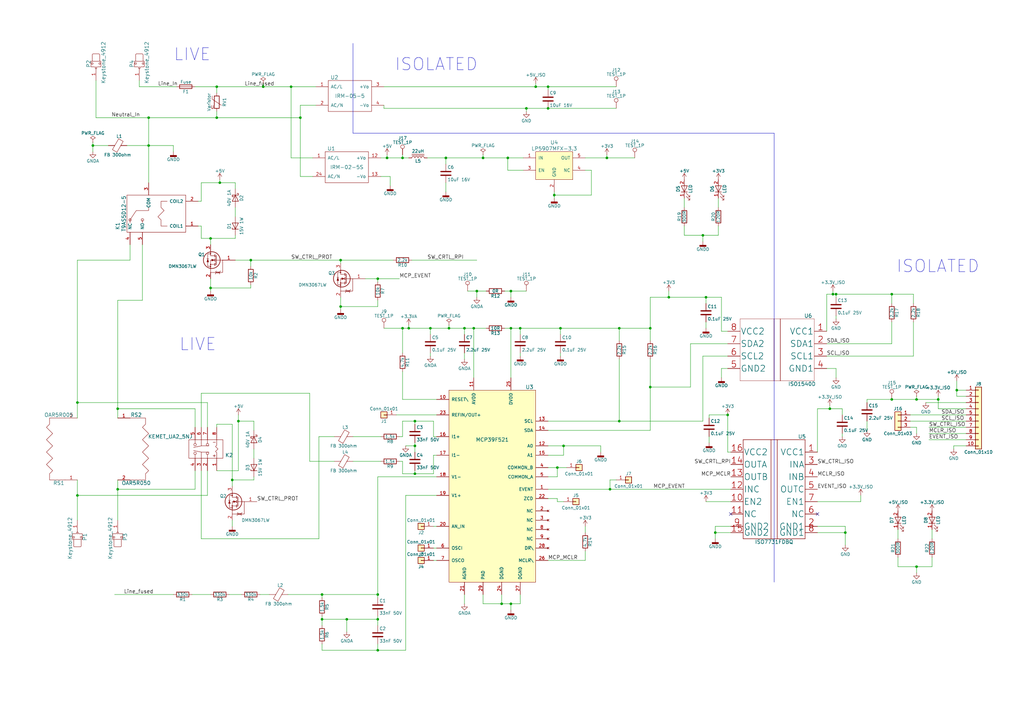
<source format=kicad_sch>
(kicad_sch (version 20230121) (generator eeschema)
  (paper "A3")
  (title_block (title "Power Monitor") (rev "1") (company "Nightmechnic"))
  (junction (at 88.9 48.26))
  (junction (at 194.31 134.62))
  (junction (at 254 134.62))
  (junction (at 132.08 254))
  (junction (at 266.7 134.62))
  (junction (at 195.58 119.38))
  (junction (at 190.5 134.62))
  (junction (at 266.7 158.75))
  (junction (at 38.1 59.69))
  (junction (at 86.36 118.11))
  (junction (at 231.14 182.88))
  (junction (at 205.74 247.65))
  (junction (at 139.7 106.68))
  (junction (at 154.94 243.84))
  (junction (at 213.36 134.62))
  (junction (at 375.92 232.41))
  (junction (at 198.12 64.77))
  (junction (at 123.19 48.26))
  (junction (at 119.38 35.56))
  (junction (at 227.33 80.01))
  (junction (at 340.36 167.64))
  (junction (at 142.24 254))
  (junction (at 158.75 64.77))
  (junction (at 170.18 182.88))
  (junction (at 60.96 59.69))
  (junction (at 365.76 163.83))
  (junction (at 165.1 134.62))
  (junction (at 60.96 48.26))
  (junction (at 219.71 35.56))
  (junction (at 154.94 254))
  (junction (at 170.18 172.72))
  (junction (at 95.25 196.85))
  (junction (at 107.95 35.56))
  (junction (at 132.08 243.84))
  (junction (at 346.71 218.44))
  (junction (at 342.9 120.65))
  (junction (at 97.79 172.72))
  (junction (at 31.75 203.2))
  (junction (at 224.79 44.45))
  (junction (at 209.55 119.38))
  (junction (at 48.26 167.64))
  (junction (at 208.28 64.77))
  (junction (at 288.29 96.52))
  (junction (at 154.94 266.7))
  (junction (at 250.19 200.66))
  (junction (at 167.64 134.62))
  (junction (at 224.79 35.56))
  (junction (at 90.17 74.93))
  (junction (at 384.81 163.83))
  (junction (at 184.15 134.62))
  (junction (at 209.55 247.65))
  (junction (at 365.76 120.65))
  (junction (at 209.55 134.62))
  (junction (at 48.26 200.66))
  (junction (at 289.56 121.92))
  (junction (at 254 172.72))
  (junction (at 165.1 64.77))
  (junction (at 228.6 191.77))
  (junction (at 293.37 218.44))
  (junction (at 102.87 106.68))
  (junction (at 341.63 120.65))
  (junction (at 392.43 160.02))
  (junction (at 170.18 194.31))
  (junction (at 298.45 170.18))
  (junction (at 182.88 64.77))
  (junction (at 31.75 165.1))
  (junction (at 274.32 121.92))
  (junction (at 88.9 35.56))
  (junction (at 139.7 125.73))
  (junction (at 215.9 44.45))
  (junction (at 86.36 97.79))
  (junction (at 248.92 64.77))
  (junction (at 154.94 114.3))
  (junction (at 375.92 163.83))
  (junction (at 176.53 134.62))
  (junction (at 229.87 134.62))
  (no_connect (at 335.28 210.82))
  (no_connect (at 299.72 210.82))
  (wire (pts (xy 163.83 179.07) (xy 165.1 179.07)))
  (wire (pts (xy 228.6 195.58) (xy 228.6 191.77)))
  (wire (pts (xy 396.24 165.1) (xy 379.73 165.1)))
  (wire (pts (xy 215.9 45.72) (xy 215.9 44.45)))
  (wire (pts (xy 31.75 203.2) (xy 31.75 213.36)))
  (wire (pts (xy 231.14 182.88) (xy 246.38 182.88)))
  (wire (pts (xy 31.75 196.85) (xy 31.75 203.2)))
  (wire (pts (xy 58.42 123.19) (xy 48.26 123.19)))
  (wire (pts (xy 162.56 170.18) (xy 179.07 170.18)))
  (wire (pts (xy 224.79 200.66) (xy 250.19 200.66)))
  (wire (pts (xy 123.19 48.26) (xy 123.19 72.39)))
  (wire (pts (xy 118.11 243.84) (xy 132.08 243.84)))
  (wire (pts (xy 48.26 167.64) (xy 48.26 171.45)))
  (wire (pts (xy 139.7 106.68) (xy 161.29 106.68)))
  (wire (pts (xy 102.87 106.68) (xy 102.87 109.22)))
  (wire (pts (xy 104.14 172.72) (xy 104.14 176.53)))
  (wire (pts (xy 209.55 119.38) (xy 209.55 121.92)))
  (wire (pts (xy 295.91 121.92) (xy 289.56 121.92)))
  (wire (pts (xy 95.25 213.36) (xy 95.25 215.9)))
  (wire (pts (xy 355.6 172.72) (xy 355.6 176.53)))
  (polyline (pts (xy 144.78 54.61) (xy 317.5 54.61)))
  (wire (pts (xy 373.38 170.18) (xy 396.24 170.18)))
  (wire (pts (xy 182.88 67.31) (xy 182.88 64.77)))
  (wire (pts (xy 248.92 64.77) (xy 248.92 63.5)))
  (wire (pts (xy 194.31 154.94) (xy 194.31 134.62)))
  (wire (pts (xy 355.6 163.83) (xy 355.6 165.1)))
  (wire (pts (xy 127 161.29) (xy 127 189.23)))
  (wire (pts (xy 227.33 78.74) (xy 227.33 80.01)))
  (wire (pts (xy 130.81 220.98) (xy 82.55 220.98)))
  (wire (pts (xy 39.37 48.26) (xy 60.96 48.26)))
  (wire (pts (xy 104.14 184.15) (xy 104.14 187.96)))
  (wire (pts (xy 381 175.26) (xy 396.24 175.26)))
  (wire (pts (xy 339.09 120.65) (xy 341.63 120.65)))
  (wire (pts (xy 375.92 163.83) (xy 375.92 162.56)))
  (wire (pts (xy 170.18 172.72) (xy 177.8 172.72)))
  (wire (pts (xy 95.25 196.85) (xy 104.14 196.85)))
  (wire (pts (xy 177.8 194.31) (xy 170.18 194.31)))
  (wire (pts (xy 298.45 185.42) (xy 299.72 185.42)))
  (wire (pts (xy 80.01 193.04) (xy 80.01 200.66)))
  (wire (pts (xy 48.26 196.85) (xy 48.26 200.66)))
  (wire (pts (xy 335.28 215.9) (xy 346.71 215.9)))
  (wire (pts (xy 190.5 137.16) (xy 190.5 134.62)))
  (wire (pts (xy 82.55 82.55) (xy 82.55 74.93)))
  (wire (pts (xy 82.55 175.26) (xy 82.55 161.29)))
  (wire (pts (xy 86.36 114.3) (xy 86.36 118.11)))
  (wire (pts (xy 229.87 144.78) (xy 229.87 146.05)))
  (wire (pts (xy 190.5 134.62) (xy 194.31 134.62)))
  (wire (pts (xy 139.7 125.73) (xy 154.94 125.73)))
  (wire (pts (xy 154.94 254) (xy 154.94 256.54)))
  (wire (pts (xy 342.9 120.65) (xy 365.76 120.65)))
  (wire (pts (xy 81.28 82.55) (xy 82.55 82.55)))
  (wire (pts (xy 194.31 134.62) (xy 199.39 134.62)))
  (wire (pts (xy 160.02 72.39) (xy 160.02 76.2)))
  (wire (pts (xy 340.36 166.37) (xy 340.36 167.64)))
  (wire (pts (xy 157.48 44.45) (xy 157.48 43.18)))
  (wire (pts (xy 365.76 163.83) (xy 375.92 163.83)))
  (wire (pts (xy 86.36 100.33) (xy 86.36 97.79)))
  (wire (pts (xy 298.45 151.13) (xy 295.91 151.13)))
  (polyline (pts (xy 317.5 54.61) (xy 317.5 238.76)))
  (wire (pts (xy 165.1 179.07) (xy 165.1 172.72)))
  (wire (pts (xy 86.36 97.79) (xy 96.52 97.79)))
  (wire (pts (xy 93.98 243.84) (xy 99.06 243.84)))
  (wire (pts (xy 82.55 97.79) (xy 86.36 97.79)))
  (wire (pts (xy 345.44 179.07) (xy 345.44 177.8)))
  (wire (pts (xy 335.28 218.44) (xy 346.71 218.44)))
  (wire (pts (xy 139.7 125.73) (xy 139.7 127)))
  (wire (pts (xy 294.64 96.52) (xy 294.64 92.71)))
  (wire (pts (xy 246.38 182.88) (xy 246.38 185.42)))
  (wire (pts (xy 158.75 64.77) (xy 165.1 64.77)))
  (wire (pts (xy 48.26 123.19) (xy 48.26 167.64)))
  (wire (pts (xy 341.63 120.65) (xy 342.9 120.65)))
  (wire (pts (xy 208.28 69.85) (xy 208.28 64.77)))
  (wire (pts (xy 58.42 100.33) (xy 58.42 123.19)))
  (wire (pts (xy 240.03 64.77) (xy 248.92 64.77)))
  (wire (pts (xy 176.53 144.78) (xy 176.53 146.05)))
  (wire (pts (xy 374.65 146.05) (xy 339.09 146.05)))
  (wire (pts (xy 39.37 48.26) (xy 39.37 33.02)))
  (wire (pts (xy 341.63 119.38) (xy 341.63 120.65)))
  (wire (pts (xy 97.79 193.04) (xy 88.9 193.04)))
  (wire (pts (xy 392.43 156.21) (xy 392.43 160.02)))
  (wire (pts (xy 104.14 196.85) (xy 104.14 195.58)))
  (wire (pts (xy 127 189.23) (xy 137.16 189.23)))
  (wire (pts (xy 213.36 137.16) (xy 213.36 134.62)))
  (wire (pts (xy 248.92 64.77) (xy 260.35 64.77)))
  (wire (pts (xy 154.94 266.7) (xy 154.94 264.16)))
  (wire (pts (xy 158.75 64.77) (xy 158.75 63.5)))
  (wire (pts (xy 209.55 247.65) (xy 209.55 250.19)))
  (wire (pts (xy 219.71 35.56) (xy 224.79 35.56)))
  (wire (pts (xy 165.1 189.23) (xy 163.83 189.23)))
  (wire (pts (xy 365.76 120.65) (xy 374.65 120.65)))
  (wire (pts (xy 144.78 179.07) (xy 156.21 179.07)))
  (wire (pts (xy 157.48 35.56) (xy 219.71 35.56)))
  (wire (pts (xy 290.83 179.07) (xy 290.83 181.61)))
  (wire (pts (xy 266.7 147.32) (xy 266.7 158.75)))
  (wire (pts (xy 224.79 182.88) (xy 231.14 182.88)))
  (wire (pts (xy 182.88 74.93) (xy 182.88 78.74)))
  (polyline (pts (xy 144.78 17.78) (xy 144.78 54.61)))
  (wire (pts (xy 209.55 154.94) (xy 209.55 134.62)))
  (wire (pts (xy 342.9 120.65) (xy 342.9 121.92)))
  (wire (pts (xy 130.81 179.07) (xy 130.81 220.98)))
  (wire (pts (xy 195.58 119.38) (xy 195.58 121.92)))
  (wire (pts (xy 384.81 167.64) (xy 396.24 167.64)))
  (wire (pts (xy 368.3 232.41) (xy 375.92 232.41)))
  (wire (pts (xy 82.55 92.71) (xy 81.28 92.71)))
  (wire (pts (xy 167.64 133.35) (xy 167.64 134.62)))
  (wire (pts (xy 156.21 64.77) (xy 158.75 64.77)))
  (wire (pts (xy 339.09 151.13) (xy 342.9 151.13)))
  (wire (pts (xy 339.09 140.97) (xy 365.76 140.97)))
  (wire (pts (xy 137.16 179.07) (xy 130.81 179.07)))
  (wire (pts (xy 298.45 185.42) (xy 298.45 170.18)))
  (wire (pts (xy 132.08 243.84) (xy 132.08 245.11)))
  (wire (pts (xy 384.81 162.56) (xy 384.81 163.83)))
  (wire (pts (xy 165.1 152.4) (xy 165.1 163.83)))
  (wire (pts (xy 157.48 44.45) (xy 215.9 44.45)))
  (wire (pts (xy 142.24 254) (xy 154.94 254)))
  (wire (pts (xy 154.94 266.7) (xy 166.37 266.7)))
  (wire (pts (xy 132.08 252.73) (xy 132.08 254)))
  (wire (pts (xy 224.79 191.77) (xy 228.6 191.77)))
  (wire (pts (xy 242.57 80.01) (xy 227.33 80.01)))
  (wire (pts (xy 214.63 69.85) (xy 208.28 69.85)))
  (wire (pts (xy 224.79 172.72) (xy 254 172.72)))
  (wire (pts (xy 167.64 134.62) (xy 176.53 134.62)))
  (wire (pts (xy 374.65 132.08) (xy 374.65 146.05)))
  (wire (pts (xy 165.1 163.83) (xy 179.07 163.83)))
  (wire (pts (xy 289.56 132.08) (xy 289.56 134.62)))
  (wire (pts (xy 165.1 64.77) (xy 167.64 64.77)))
  (wire (pts (xy 132.08 254) (xy 132.08 256.54)))
  (wire (pts (xy 57.15 35.56) (xy 72.39 35.56)))
  (wire (pts (xy 60.96 59.69) (xy 60.96 74.93)))
  (wire (pts (xy 165.1 63.5) (xy 165.1 64.77)))
  (wire (pts (xy 227.33 80.01) (xy 227.33 81.28)))
  (wire (pts (xy 229.87 134.62) (xy 254 134.62)))
  (wire (pts (xy 288.29 99.06) (xy 288.29 96.52)))
  (wire (pts (xy 396.24 160.02) (xy 392.43 160.02)))
  (wire (pts (xy 165.1 172.72) (xy 170.18 172.72)))
  (wire (pts (xy 106.68 243.84) (xy 110.49 243.84)))
  (wire (pts (xy 97.79 172.72) (xy 104.14 172.72)))
  (wire (pts (xy 355.6 163.83) (xy 365.76 163.83)))
  (wire (pts (xy 240.03 218.44) (xy 240.03 215.9)))
  (wire (pts (xy 240.03 69.85) (xy 242.57 69.85)))
  (wire (pts (xy 139.7 106.68) (xy 139.7 107.95)))
  (wire (pts (xy 280.67 92.71) (xy 280.67 96.52)))
  (wire (pts (xy 242.57 69.85) (xy 242.57 80.01)))
  (wire (pts (xy 294.64 81.28) (xy 294.64 85.09)))
  (wire (pts (xy 132.08 266.7) (xy 154.94 266.7)))
  (wire (pts (xy 48.26 200.66) (xy 48.26 213.36)))
  (wire (pts (xy 71.12 243.84) (xy 46.99 243.84)))
  (wire (pts (xy 374.65 120.65) (xy 374.65 124.46)))
  (wire (pts (xy 392.43 162.56) (xy 396.24 162.56)))
  (wire (pts (xy 82.55 74.93) (xy 90.17 74.93)))
  (wire (pts (xy 38.1 59.69) (xy 38.1 62.23)))
  (wire (pts (xy 95.25 196.85) (xy 95.25 199.39)))
  (wire (pts (xy 283.21 140.97) (xy 283.21 158.75)))
  (wire (pts (xy 207.01 119.38) (xy 209.55 119.38)))
  (wire (pts (xy 48.26 167.64) (xy 80.01 167.64)))
  (wire (pts (xy 298.45 135.89) (xy 295.91 135.89)))
  (wire (pts (xy 60.96 48.26) (xy 88.9 48.26)))
  (wire (pts (xy 154.94 243.84) (xy 154.94 245.11)))
  (wire (pts (xy 228.6 204.47) (xy 224.79 204.47)))
  (wire (pts (xy 166.37 182.88) (xy 170.18 182.88)))
  (wire (pts (xy 266.7 134.62) (xy 266.7 139.7)))
  (wire (pts (xy 97.79 172.72) (xy 97.79 193.04)))
  (wire (pts (xy 290.83 170.18) (xy 290.83 171.45)))
  (wire (pts (xy 198.12 243.84) (xy 198.12 247.65)))
  (wire (pts (xy 165.1 194.31) (xy 165.1 189.23)))
  (wire (pts (xy 208.28 64.77) (xy 214.63 64.77)))
  (wire (pts (xy 132.08 243.84) (xy 154.94 243.84)))
  (wire (pts (xy 342.9 151.13) (xy 342.9 154.94)))
  (wire (pts (xy 128.27 64.77) (xy 119.38 64.77)))
  (wire (pts (xy 179.07 195.58) (xy 154.94 195.58)))
  (wire (pts (xy 373.38 175.26) (xy 375.92 175.26)))
  (wire (pts (xy 250.19 196.85) (xy 250.19 200.66)))
  (wire (pts (xy 82.55 97.79) (xy 82.55 92.71)))
  (wire (pts (xy 375.92 232.41) (xy 382.27 232.41)))
  (wire (pts (xy 254 134.62) (xy 266.7 134.62)))
  (wire (pts (xy 191.77 119.38) (xy 195.58 119.38)))
  (wire (pts (xy 86.36 118.11) (xy 86.36 119.38)))
  (wire (pts (xy 175.26 64.77) (xy 182.88 64.77)))
  (wire (pts (xy 335.28 205.74) (xy 353.06 205.74)))
  (wire (pts (xy 96.52 106.68) (xy 102.87 106.68)))
  (wire (pts (xy 182.88 64.77) (xy 198.12 64.77)))
  (wire (pts (xy 231.14 205.74) (xy 228.6 205.74)))
  (wire (pts (xy 88.9 35.56) (xy 107.95 35.56)))
  (wire (pts (xy 254 172.72) (xy 288.29 172.72)))
  (wire (pts (xy 184.15 134.62) (xy 190.5 134.62)))
  (wire (pts (xy 190.5 243.84) (xy 190.5 247.65)))
  (wire (pts (xy 80.01 167.64) (xy 80.01 175.26)))
  (wire (pts (xy 154.94 195.58) (xy 154.94 243.84)))
  (wire (pts (xy 179.07 186.69) (xy 177.8 186.69)))
  (wire (pts (xy 209.55 119.38) (xy 215.9 119.38)))
  (wire (pts (xy 168.91 106.68) (xy 195.58 106.68)))
  (wire (pts (xy 266.7 158.75) (xy 266.7 176.53)))
  (wire (pts (xy 71.12 59.69) (xy 71.12 62.23)))
  (wire (pts (xy 170.18 193.04) (xy 170.18 194.31)))
  (wire (pts (xy 123.19 72.39) (xy 128.27 72.39)))
  (wire (pts (xy 224.79 195.58) (xy 228.6 195.58)))
  (wire (pts (xy 207.01 134.62) (xy 209.55 134.62)))
  (wire (pts (xy 381 180.34) (xy 396.24 180.34)))
  (wire (pts (xy 90.17 74.93) (xy 96.52 74.93)))
  (wire (pts (xy 288.29 96.52) (xy 294.64 96.52)))
  (wire (pts (xy 293.37 215.9) (xy 293.37 218.44)))
  (wire (pts (xy 295.91 135.89) (xy 295.91 121.92)))
  (wire (pts (xy 154.94 252.73) (xy 154.94 254)))
  (wire (pts (xy 80.01 200.66) (xy 48.26 200.66)))
  (wire (pts (xy 53.34 106.68) (xy 31.75 106.68)))
  (wire (pts (xy 123.19 43.18) (xy 123.19 48.26)))
  (wire (pts (xy 149.86 114.3) (xy 154.94 114.3)))
  (wire (pts (xy 215.9 44.45) (xy 224.79 44.45)))
  (wire (pts (xy 88.9 175.26) (xy 88.9 173.99)))
  (wire (pts (xy 139.7 121.92) (xy 139.7 125.73)))
  (wire (pts (xy 96.52 85.09) (xy 96.52 88.9)))
  (wire (pts (xy 88.9 35.56) (xy 88.9 38.1)))
  (wire (pts (xy 209.55 247.65) (xy 213.36 247.65)))
  (wire (pts (xy 154.94 114.3) (xy 154.94 115.57)))
  (wire (pts (xy 280.67 96.52) (xy 288.29 96.52)))
  (wire (pts (xy 384.81 163.83) (xy 384.81 167.64)))
  (wire (pts (xy 250.19 200.66) (xy 299.72 200.66)))
  (wire (pts (xy 123.19 43.18) (xy 129.54 43.18)))
  (wire (pts (xy 266.7 176.53) (xy 224.79 176.53)))
  (wire (pts (xy 340.36 167.64) (xy 345.44 167.64)))
  (wire (pts (xy 299.72 215.9) (xy 293.37 215.9)))
  (wire (pts (xy 335.28 167.64) (xy 340.36 167.64)))
  (wire (pts (xy 342.9 129.54) (xy 342.9 130.81)))
  (wire (pts (xy 293.37 218.44) (xy 293.37 220.98)))
  (wire (pts (xy 85.09 203.2) (xy 31.75 203.2)))
  (wire (pts (xy 142.24 254) (xy 142.24 259.08)))
  (wire (pts (xy 177.8 172.72) (xy 177.8 179.07)))
  (wire (pts (xy 88.9 48.26) (xy 88.9 45.72)))
  (wire (pts (xy 170.18 181.61) (xy 170.18 182.88)))
  (wire (pts (xy 170.18 182.88) (xy 170.18 185.42)))
  (wire (pts (xy 102.87 118.11) (xy 86.36 118.11)))
  (wire (pts (xy 252.73 196.85) (xy 250.19 196.85)))
  (wire (pts (xy 90.17 73.66) (xy 90.17 74.93)))
  (wire (pts (xy 80.01 35.56) (xy 88.9 35.56)))
  (wire (pts (xy 88.9 48.26) (xy 123.19 48.26)))
  (wire (pts (xy 392.43 160.02) (xy 392.43 162.56)))
  (wire (pts (xy 213.36 247.65) (xy 213.36 243.84)))
  (wire (pts (xy 298.45 170.18) (xy 290.83 170.18)))
  (wire (pts (xy 165.1 134.62) (xy 167.64 134.62)))
  (wire (pts (xy 195.58 119.38) (xy 199.39 119.38)))
  (wire (pts (xy 240.03 229.87) (xy 240.03 226.06)))
  (wire (pts (xy 132.08 264.16) (xy 132.08 266.7)))
  (wire (pts (xy 60.96 59.69) (xy 71.12 59.69)))
  (wire (pts (xy 274.32 121.92) (xy 266.7 121.92)))
  (wire (pts (xy 78.74 243.84) (xy 86.36 243.84)))
  (wire (pts (xy 382.27 232.41) (xy 382.27 228.6)))
  (wire (pts (xy 209.55 134.62) (xy 213.36 134.62)))
  (wire (pts (xy 85.09 165.1) (xy 85.09 175.26)))
  (wire (pts (xy 31.75 165.1) (xy 31.75 171.45)))
  (wire (pts (xy 228.6 191.77) (xy 232.41 191.77)))
  (wire (pts (xy 365.76 124.46) (xy 365.76 120.65)))
  (wire (pts (xy 38.1 58.42) (xy 38.1 59.69)))
  (wire (pts (xy 231.14 186.69) (xy 231.14 182.88)))
  (wire (pts (xy 224.79 186.69) (xy 231.14 186.69)))
  (wire (pts (xy 31.75 165.1) (xy 85.09 165.1)))
  (wire (pts (xy 266.7 121.92) (xy 266.7 134.62)))
  (wire (pts (xy 184.15 133.35) (xy 184.15 134.62)))
  (wire (pts (xy 102.87 116.84) (xy 102.87 118.11)))
  (wire (pts (xy 224.79 44.45) (xy 252.73 44.45)))
  (wire (pts (xy 170.18 194.31) (xy 165.1 194.31)))
  (wire (pts (xy 119.38 35.56) (xy 129.54 35.56)))
  (wire (pts (xy 373.38 172.72) (xy 396.24 172.72)))
  (wire (pts (xy 381 177.8) (xy 396.24 177.8)))
  (wire (pts (xy 368.3 228.6) (xy 368.3 232.41)))
  (wire (pts (xy 177.8 186.69) (xy 177.8 194.31)))
  (wire (pts (xy 198.12 247.65) (xy 205.74 247.65)))
  (wire (pts (xy 107.95 35.56) (xy 119.38 35.56)))
  (wire (pts (xy 52.07 59.69) (xy 60.96 59.69)))
  (wire (pts (xy 82.55 161.29) (xy 127 161.29)))
  (wire (pts (xy 298.45 140.97) (xy 283.21 140.97)))
  (wire (pts (xy 179.07 215.9) (xy 177.8 215.9)))
  (wire (pts (xy 57.15 33.02) (xy 57.15 35.56)))
  (wire (pts (xy 339.09 135.89) (xy 339.09 120.65)))
  (wire (pts (xy 107.95 34.29) (xy 107.95 35.56)))
  (wire (pts (xy 283.21 158.75) (xy 266.7 158.75)))
  (wire (pts (xy 224.79 229.87) (xy 240.03 229.87)))
  (wire (pts (xy 176.53 134.62) (xy 176.53 137.16)))
  (wire (pts (xy 213.36 144.78) (xy 213.36 146.05)))
  (wire (pts (xy 165.1 144.78) (xy 165.1 134.62)))
  (wire (pts (xy 198.12 63.5) (xy 198.12 64.77)))
  (wire (pts (xy 254 172.72) (xy 254 147.32)))
  (wire (pts (xy 154.94 114.3) (xy 163.83 114.3)))
  (wire (pts (xy 288.29 146.05) (xy 288.29 172.72)))
  (wire (pts (xy 176.53 134.62) (xy 184.15 134.62)))
  (wire (pts (xy 205.74 247.65) (xy 209.55 247.65)))
  (wire (pts (xy 166.37 266.7) (xy 166.37 203.2)))
  (wire (pts (xy 229.87 137.16) (xy 229.87 134.62)))
  (wire (pts (xy 205.74 243.84) (xy 205.74 247.65)))
  (wire (pts (xy 170.18 173.99) (xy 170.18 172.72)))
  (wire (pts (xy 166.37 203.2) (xy 179.07 203.2)))
  (wire (pts (xy 179.07 229.87) (xy 177.8 229.87)))
  (wire (pts (xy 179.07 224.79) (xy 177.8 224.79)))
  (wire (pts (xy 368.3 217.17) (xy 368.3 220.98)))
  (wire (pts (xy 97.79 170.18) (xy 97.79 172.72)))
  (wire (pts (xy 213.36 134.62) (xy 229.87 134.62)))
  (wire (pts (xy 254 139.7) (xy 254 134.62)))
  (wire (pts (xy 198.12 64.77) (xy 208.28 64.77)))
  (wire (pts (xy 396.24 182.88) (xy 391.16 182.88)))
  (wire (pts (xy 375.92 175.26) (xy 375.92 177.8)))
  (wire (pts (xy 156.21 72.39) (xy 160.02 72.39)))
  (wire (pts (xy 346.71 218.44) (xy 346.71 223.52)))
  (wire (pts (xy 375.92 234.95) (xy 375.92 232.41)))
  (wire (pts (xy 346.71 215.9) (xy 346.71 218.44)))
  (wire (pts (xy 31.75 106.68) (xy 31.75 165.1)))
  (wire (pts (xy 60.96 48.26) (xy 60.96 59.69)))
  (wire (pts (xy 95.25 173.99) (xy 95.25 196.85)))
  (wire (pts (xy 298.45 146.05) (xy 288.29 146.05)))
  (wire (pts (xy 375.92 163.83) (xy 384.81 163.83)))
  (wire (pts (xy 119.38 64.77) (xy 119.38 35.56)))
  (wire (pts (xy 177.8 179.07) (xy 179.07 179.07)))
  (wire (pts (xy 102.87 106.68) (xy 139.7 106.68)))
  (wire (pts (xy 299.72 218.44) (xy 293.37 218.44)))
  (wire (pts (xy 299.72 205.74) (xy 289.56 205.74)))
  (wire (pts (xy 353.06 205.74) (xy 353.06 203.2)))
  (wire (pts (xy 82.55 220.98) (xy 82.55 193.04)))
  (wire (pts (xy 190.5 144.78) (xy 190.5 147.32)))
  (wire (pts (xy 274.32 119.38) (xy 274.32 121.92)))
  (wire (pts (xy 228.6 205.74) (xy 228.6 204.47)))
  (wire (pts (xy 224.79 35.56) (xy 252.73 35.56)))
  (wire (pts (xy 144.78 189.23) (xy 156.21 189.23)))
  (wire (pts (xy 289.56 121.92) (xy 274.32 121.92)))
  (wire (pts (xy 295.91 151.13) (xy 295.91 154.94)))
  (wire (pts (xy 96.52 74.93) (xy 96.52 77.47)))
  (wire (pts (xy 382.27 217.17) (xy 382.27 220.98)))
  (wire (pts (xy 345.44 167.64) (xy 345.44 170.18)))
  (wire (pts (xy 53.34 100.33) (xy 53.34 106.68)))
  (wire (pts (xy 219.71 34.29) (xy 219.71 35.56)))
  (wire (pts (xy 85.09 193.04) (xy 85.09 203.2)))
  (wire (pts (xy 280.67 81.28) (xy 280.67 85.09)))
  (wire (pts (xy 88.9 173.99) (xy 95.25 173.99)))
  (wire (pts (xy 132.08 254) (xy 142.24 254)))
  (wire (pts (xy 365.76 140.97) (xy 365.76 132.08)))
  (wire (pts (xy 154.94 125.73) (xy 154.94 123.19)))
  (wire (pts (xy 335.28 185.42) (xy 335.28 167.64)))
  (wire (pts (xy 44.45 59.69) (xy 38.1 59.69)))
  (wire (pts (xy 157.48 134.62) (xy 165.1 134.62)))
  (wire (pts (xy 289.56 124.46) (xy 289.56 121.92)))
  (wire (pts (xy 391.16 182.88) (xy 391.16 184.15)))
  (wire (pts (xy 224.79 35.56) (xy 224.79 36.83)))
  (wire (pts (xy 96.52 97.79) (xy 96.52 96.52)))
  (text "LIVE" (at 73.406 144.272 0) (effects (font (size 5.0038 5.0038)) (justify left bottom)))
  (text "ISOLATED\n" (at 367.538 112.268 0) (effects (font (size 5.0038 5.0038)) (justify left bottom)))
  (text "ISOLATED\n" (at 161.798 29.464 0) (effects (font (size 5.0038 5.0038)) (justify left bottom)))
  (text "LIVE\n" (at 71.12 25.4 0) (effects (font (size 5.0038 5.0038)) (justify left bottom)))
  (label "SW_CRTL_RPI" (at 175.26 106.68 0) (effects (font (size 1.524 1.524))))
  (label "MCLR_ISO" (at 381 177.8 0) (effects (font (size 1.524 1.524))))
  (label "MCP_EVENT" (at 163.83 114.3 0) (effects (font (size 1.524 1.524))))
  (label "SW_CTRL_PROT" (at 119.38 106.68 0) (effects (font (size 1.524 1.524))))
  (label "SW_CTRL_ISO" (at 381 175.26 0) (effects (font (size 1.524 1.524))))
  (label "Line_fused" (at 50.8 243.84 0) (effects (font (size 1.524 1.524))))
  (label "Neutral_In" (at 45.72 48.26 0) (effects (font (size 1.524 1.524))))
  (label "SCL_ISO" (at 386.08 172.72 0) (effects (font (size 1.524 1.524))))
  (label "Line_fused" (at 100.33 35.56 0) (effects (font (size 1.524 1.524))))
  (label "Line_In" (at 64.77 35.56 0) (effects (font (size 1.524 1.524))))
  (label "SW_CTRL_PROT" (at 105.41 205.74 0) (effects (font (size 1.524 1.524))))
  (label "SCL_ISO" (at 339.09 146.05 0) (effects (font (size 1.524 1.524))))
  (label "MCP_MCLR" (at 299.72 195.58 180) (effects (font (size 1.524 1.524))))
  (label "EVENT_ISO" (at 381 180.34 0) (effects (font (size 1.524 1.524))))
  (label "SDA_ISO" (at 339.09 140.97 0) (effects (font (size 1.524 1.524))))
  (label "MCP_EVENT" (at 267.97 200.66 0) (effects (font (size 1.524 1.524))))
  (label "MCP_MCLR" (at 224.79 229.87 0) (effects (font (size 1.524 1.524))))
  (label "EVENT_ISO" (at 335.28 200.66 0) (effects (font (size 1.524 1.524))))
  (label "SW_CTRL_ISO" (at 335.28 190.5 0) (effects (font (size 1.524 1.524))))
  (label "SW_CRTL_RPI" (at 299.72 190.5 180) (effects (font (size 1.524 1.524))))
  (label "SDA_ISO" (at 386.08 170.18 0) (effects (font (size 1.524 1.524))))
  (label "MCLR_ISO" (at 335.28 195.58 0) (effects (font (size 1.524 1.524))))
  (symbol (lib_id "PowerMonitor-rescue:MCP39F521") (at 201.93 204.47 0) (unit 1)
    (property "Reference" "U3" (at 217.17 158.75 0) (effects (font (size 1.524 1.524))))
    (property "Value" "MCP39F521" (at 201.93 180.34 0) (effects (font (size 1.524 1.524))))
    (property "Footprint" "nightmechanic_pcb:QFN-28-1EP_5x5mm_Pitch0.5mm_mod" (effects hide))
    (property "Datasheet" "http://ww1.microchip.com/downloads/en/DeviceDoc/20005442A.pdf" (effects hide))
  )
  (symbol (lib_id "PowerMonitor-rescue:Keystone_4912") (at 39.37 25.4 90) (unit 1)
    (property "Reference" "P2" (at 36.322 26.162 0) (effects (font (size 1.524 1.524))))
    (property "Value" "Keystone_4912" (at 42.418 25.654 0) (effects (font (size 1.524 1.524))))
    (property "Footprint" "nightmechanic_pcb:Keystone_4912" (effects hide))
  )
  (symbol (lib_id "PowerMonitor-rescue:Keystone_4912") (at 57.15 25.4 90) (unit 1)
    (property "Reference" "P4" (at 54.102 26.162 0) (effects (font (size 1.524 1.524))))
    (property "Value" "Keystone_4912" (at 60.198 25.654 0) (effects (font (size 1.524 1.524))))
    (property "Footprint" "nightmechanic_pcb:Keystone_4912" (effects hide))
  )
  (symbol (lib_id "PowerMonitor-rescue:Fuse") (at 76.2 35.56 270) (unit 1)
    (property "Reference" "F1" (at 76.2 37.592 90))
    (property "Value" "Fuse" (at 76.2 33.655 90))
    (property "Footprint" "nightmechanic_pcb:Bel_MRT_Fuse" (effects hide))
  )
  (symbol (lib_id "PowerMonitor-rescue:Varistor") (at 88.9 41.91 0) (unit 1)
    (property "Reference" "RV1" (at 92.075 41.91 90))
    (property "Value" "Varistor" (at 85.725 41.91 90))
    (property "Footprint" "nightmechanic_pcb:Bourns_MOV_14D431K" (effects hide))
  )
  (symbol (lib_id "PowerMonitor-rescue:IRM-02-5S") (at 142.24 68.58 0) (unit 1)
    (property "Reference" "U1" (at 135.89 60.96 0) (effects (font (size 1.524 1.524))))
    (property "Value" "IRM-02-5S" (at 142.24 68.58 0) (effects (font (size 1.524 1.524))))
    (property "Footprint" "nightmechanic_pcb:IRM-02-xS" (effects hide))
  )
  (symbol (lib_id "PowerMonitor-rescue:IRM-05-5") (at 143.51 39.37 0) (unit 1)
    (property "Reference" "U2" (at 137.16 31.75 0) (effects (font (size 1.524 1.524))))
    (property "Value" "IRM-05-5" (at 143.51 39.37 0) (effects (font (size 1.524 1.524))))
    (property "Footprint" "nightmechanic_pcb:IRM-05-x" (effects hide))
  )
  (symbol (lib_id "PowerMonitor-rescue:L_Core_Iron") (at 171.45 64.77 90) (unit 1)
    (property "Reference" "L5" (at 171.45 66.04 90))
    (property "Value" "22uH" (at 171.45 61.976 90))
    (property "Footprint" "nightmechanic_pcb:Murata_8200" (effects hide))
  )
  (symbol (lib_id "PowerMonitor-rescue:C") (at 182.88 71.12 0) (unit 1)
    (property "Reference" "C6" (at 183.515 68.58 0) (effects (justify left)))
    (property "Value" "10uF 16V" (at 183.515 73.66 0) (effects (justify left)))
    (property "Footprint" "Capacitors_SMD:C_1210" (effects hide))
  )
  (symbol (lib_id "PowerMonitor-rescue:LP5907MFX-3.3") (at 227.33 67.31 0) (unit 1)
    (property "Reference" "U4" (at 227.33 58.42 0) (effects (font (size 1.524 1.524))))
    (property "Value" "LP5907MFX-3.3" (at 227.33 60.96 0) (effects (font (size 1.524 1.524))))
    (property "Footprint" "nightmechanic_pcb:TI_DBV005" (effects hide))
  )
  (symbol (lib_id "PowerMonitor-rescue:C") (at 190.5 140.97 0) (unit 1)
    (property "Reference" "C7" (at 191.135 138.43 0) (effects (justify left)))
    (property "Value" "2.2uF 25V" (at 191.135 143.51 0) (effects (justify left)))
    (property "Footprint" "Capacitors_SMD:C_0805" (effects hide))
  )
  (symbol (lib_id "PowerMonitor-rescue:R") (at 203.2 134.62 270) (unit 1)
    (property "Reference" "R13" (at 203.2 136.652 90))
    (property "Value" "10R" (at 203.2 134.62 90))
    (property "Footprint" "Resistors_SMD:R_0805" (effects hide))
  )
  (symbol (lib_id "PowerMonitor-rescue:C") (at 176.53 140.97 0) (unit 1)
    (property "Reference" "C5" (at 177.165 138.43 0) (effects (justify left)))
    (property "Value" "0.1uF 25V" (at 177.165 143.51 0) (effects (justify left)))
    (property "Footprint" "Capacitors_SMD:C_0603" (effects hide))
  )
  (symbol (lib_id "PowerMonitor-rescue:C") (at 229.87 140.97 0) (unit 1)
    (property "Reference" "C10" (at 230.505 138.43 0) (effects (justify left)))
    (property "Value" "0.1uF 25V" (at 230.505 143.51 0) (effects (justify left)))
    (property "Footprint" "Capacitors_SMD:C_0603" (effects hide))
  )
  (symbol (lib_id "PowerMonitor-rescue:ISO1540D") (at 318.77 143.51 0) (mirror y) (unit 1)
    (property "Reference" "U6" (at 331.47 129.54 0) (effects (font (size 1.524 1.524))))
    (property "Value" "ISO1540D" (at 328.93 157.48 0) (effects (font (size 1.524 1.524))))
    (property "Footprint" "nightmechanic_pcb:TI_ISO1540D8" (effects hide))
  )
  (symbol (lib_id "PowerMonitor-rescue:ISO7731FDBQ") (at 317.5 200.66 0) (mirror y) (unit 1)
    (property "Reference" "U5" (at 328.93 179.07 0) (effects (font (size 1.524 1.524))))
    (property "Value" "ISO7731FDBQ" (at 317.5 222.25 0) (effects (font (size 1.524 1.524))))
    (property "Footprint" "nightmechanic_pcb:TI_DBQ0016A" (effects hide))
  )
  (symbol (lib_id "PowerMonitor-rescue:C") (at 289.56 128.27 0) (unit 1)
    (property "Reference" "C11" (at 290.195 125.73 0) (effects (justify left)))
    (property "Value" "0.1uF 25V" (at 290.195 130.81 0) (effects (justify left)))
    (property "Footprint" "Capacitors_SMD:C_0603" (effects hide))
  )
  (symbol (lib_id "PowerMonitor-rescue:C") (at 342.9 125.73 0) (unit 1)
    (property "Reference" "C13" (at 343.535 123.19 0) (effects (justify left)))
    (property "Value" "0.1uF 25V" (at 343.535 128.27 0) (effects (justify left)))
    (property "Footprint" "Capacitors_SMD:C_0603" (effects hide))
  )
  (symbol (lib_id "PowerMonitor-rescue:C") (at 290.83 175.26 0) (unit 1)
    (property "Reference" "C12" (at 291.465 172.72 0) (effects (justify left)))
    (property "Value" "0.1uF 25V" (at 291.465 177.8 0) (effects (justify left)))
    (property "Footprint" "Capacitors_SMD:C_0603" (effects hide))
  )
  (symbol (lib_id "PowerMonitor-rescue:C") (at 345.44 173.99 0) (unit 1)
    (property "Reference" "C14" (at 346.075 171.45 0) (effects (justify left)))
    (property "Value" "0.1uF 25V" (at 346.075 176.53 0) (effects (justify left)))
    (property "Footprint" "Capacitors_SMD:C_0603" (effects hide))
  )
  (symbol (lib_id "PowerMonitor-rescue:C") (at 224.79 40.64 0) (unit 1)
    (property "Reference" "C9" (at 225.425 38.1 0) (effects (justify left)))
    (property "Value" "10uF 16V" (at 225.425 43.18 0) (effects (justify left)))
    (property "Footprint" "Capacitors_SMD:C_1210" (effects hide))
  )
  (symbol (lib_id "PowerMonitor-rescue:R") (at 254 143.51 0) (unit 1)
    (property "Reference" "R15" (at 256.032 143.51 90))
    (property "Value" "2.2k" (at 254 143.51 90))
    (property "Footprint" "Resistors_SMD:R_0603" (effects hide))
  )
  (symbol (lib_id "PowerMonitor-rescue:R") (at 266.7 143.51 0) (unit 1)
    (property "Reference" "R16" (at 268.732 143.51 90))
    (property "Value" "2.2k" (at 266.7 143.51 90))
    (property "Footprint" "Resistors_SMD:R_0603" (effects hide))
  )
  (symbol (lib_id "PowerMonitor-rescue:R") (at 365.76 128.27 0) (unit 1)
    (property "Reference" "R17" (at 367.792 128.27 90))
    (property "Value" "2.2k" (at 365.76 128.27 90))
    (property "Footprint" "Resistors_SMD:R_0603" (effects hide))
  )
  (symbol (lib_id "PowerMonitor-rescue:R") (at 374.65 128.27 0) (unit 1)
    (property "Reference" "R18" (at 376.682 128.27 90))
    (property "Value" "2.2k" (at 374.65 128.27 90))
    (property "Footprint" "Resistors_SMD:R_0603" (effects hide))
  )
  (symbol (lib_id "PowerMonitor-rescue:Keystone_4912") (at 31.75 220.98 270) (unit 1)
    (property "Reference" "P1" (at 34.798 220.218 0) (effects (font (size 1.524 1.524))))
    (property "Value" "Keystone_4912" (at 28.702 220.726 0) (effects (font (size 1.524 1.524))))
    (property "Footprint" "nightmechanic_pcb:Keystone_4912" (effects hide))
  )
  (symbol (lib_id "PowerMonitor-rescue:Keystone_4912") (at 48.26 220.98 270) (unit 1)
    (property "Reference" "P3" (at 51.308 220.218 0) (effects (font (size 1.524 1.524))))
    (property "Value" "Keystone_4912" (at 45.212 220.726 0) (effects (font (size 1.524 1.524))))
    (property "Footprint" "nightmechanic_pcb:Keystone_4912" (effects hide))
  )
  (symbol (lib_id "PowerMonitor-rescue:T9AS5D12-5") (at 66.04 87.63 90) (unit 1)
    (property "Reference" "K1" (at 48.26 92.71 0) (effects (font (size 1.524 1.524))))
    (property "Value" "T9AS5D12-5" (at 50.8 87.63 0) (effects (font (size 1.524 1.524))))
    (property "Footprint" "nightmechanic_pcb:TE_T9AS_code1" (effects hide))
  )
  (symbol (lib_id "PowerMonitor-rescue:DMN3067LW") (at 88.9 106.68 0) (mirror y) (unit 1)
    (property "Reference" "Q1" (at 81.28 104.394 0) (effects (justify right)))
    (property "Value" "DMN3067LW" (at 69.088 109.22 0) (effects (justify right)))
    (property "Footprint" "TO_SOT_Packages_SMD:SOT-323_SC-70" (effects hide))
  )
  (symbol (lib_id "PowerMonitor-rescue:D_Schottky") (at 96.52 81.28 270) (unit 1)
    (property "Reference" "D2" (at 99.06 81.28 0))
    (property "Value" "40V 1A" (at 93.98 81.28 0))
    (property "Footprint" "nightmechanic_pcb:DO-219AB" (effects hide))
  )
  (symbol (lib_id "PowerMonitor-rescue:D_Zener") (at 96.52 92.71 90) (unit 1)
    (property "Reference" "D1" (at 93.98 92.71 0))
    (property "Value" "15V 1W" (at 99.06 92.71 0))
    (property "Footprint" "nightmechanic_pcb:DO-219AB" (effects hide))
  )
  (symbol (lib_id "PowerMonitor-rescue:DMN3067LW") (at 142.24 114.3 0) (mirror y) (unit 1)
    (property "Reference" "Q3" (at 134.62 112.014 0) (effects (justify right)))
    (property "Value" "DMN3067LW" (at 122.428 116.84 0) (effects (justify right)))
    (property "Footprint" "TO_SOT_Packages_SMD:SOT-323_SC-70" (effects hide))
  )
  (symbol (lib_id "PowerMonitor-rescue:R") (at 102.87 113.03 0) (unit 1)
    (property "Reference" "R2" (at 104.902 113.03 90))
    (property "Value" "10k" (at 102.87 113.03 90))
    (property "Footprint" "Resistors_SMD:R_0603" (effects hide))
  )
  (symbol (lib_id "PowerMonitor-rescue:R") (at 154.94 119.38 0) (unit 1)
    (property "Reference" "R7" (at 156.972 119.38 90))
    (property "Value" "10k" (at 154.94 119.38 90))
    (property "Footprint" "Resistors_SMD:R_0603" (effects hide))
  )
  (symbol (lib_id "PowerMonitor-rescue:R") (at 165.1 148.59 0) (unit 1)
    (property "Reference" "R11" (at 167.132 148.59 90))
    (property "Value" "4.7k" (at 165.1 148.59 90))
    (property "Footprint" "Resistors_SMD:R_0603" (effects hide))
  )
  (symbol (lib_id "PowerMonitor-rescue:OAR5R005") (at 22.86 184.15 180) (unit 1)
    (property "Reference" "RS1" (at 24.13 198.12 0) (effects (font (size 1.524 1.524))))
    (property "Value" "OAR5R005" (at 24.13 170.18 0) (effects (font (size 1.524 1.524))))
    (property "Footprint" "nightmechanic_pcb:TE_OAR5" (effects hide))
  )
  (symbol (lib_id "PowerMonitor-rescue:OAR5R050") (at 57.15 184.15 0) (unit 1)
    (property "Reference" "RS2" (at 55.88 170.18 0) (effects (font (size 1.524 1.524))))
    (property "Value" "OAR5R050" (at 55.88 198.12 0) (effects (font (size 1.524 1.524))))
    (property "Footprint" "nightmechanic_pcb:TE_OAR5" (effects hide))
  )
  (symbol (lib_id "PowerMonitor-rescue:KEMET_UA2_5NJ") (at 85.09 184.15 180) (unit 1)
    (property "Reference" "K2" (at 93.98 186.69 0) (effects (font (size 1.524 1.524))))
    (property "Value" "KEMET_UA2_5NJ" (at 69.85 179.07 0) (effects (font (size 1.524 1.524))))
    (property "Footprint" "nightmechanic_pcb:Kemet_UA2" (effects hide))
  )
  (symbol (lib_id "PowerMonitor-rescue:DMN3067LW") (at 97.79 205.74 0) (mirror y) (unit 1)
    (property "Reference" "Q2" (at 90.17 203.454 0) (effects (justify right)))
    (property "Value" "DMN3067LW" (at 99.06 213.36 0) (effects (justify right)))
    (property "Footprint" "TO_SOT_Packages_SMD:SOT-323_SC-70" (effects hide))
  )
  (symbol (lib_id "PowerMonitor-rescue:D_Schottky") (at 104.14 180.34 270) (unit 1)
    (property "Reference" "D4" (at 106.68 180.34 0))
    (property "Value" "40V 1A" (at 101.6 180.34 0))
    (property "Footprint" "nightmechanic_pcb:DO-219AB" (effects hide))
  )
  (symbol (lib_id "PowerMonitor-rescue:D_Zener") (at 104.14 191.77 90) (unit 1)
    (property "Reference" "D3" (at 101.6 191.77 0))
    (property "Value" "15V 1W" (at 106.68 191.77 0))
    (property "Footprint" "nightmechanic_pcb:DO-219AB" (effects hide))
  )
  (symbol (lib_id "PowerMonitor-rescue:R") (at 74.93 243.84 270) (unit 1)
    (property "Reference" "R1" (at 74.93 245.872 90))
    (property "Value" "330k" (at 74.93 243.84 90))
    (property "Footprint" "Resistors_SMD:R_1206" (effects hide))
  )
  (symbol (lib_id "PowerMonitor-rescue:R") (at 90.17 243.84 270) (unit 1)
    (property "Reference" "R3" (at 90.17 245.872 90))
    (property "Value" "330k" (at 90.17 243.84 90))
    (property "Footprint" "Resistors_SMD:R_1206" (effects hide))
  )
  (symbol (lib_id "PowerMonitor-rescue:R") (at 102.87 243.84 270) (unit 1)
    (property "Reference" "R4" (at 102.87 245.872 90))
    (property "Value" "330k" (at 102.87 243.84 90))
    (property "Footprint" "Resistors_SMD:R_1206" (effects hide))
  )
  (symbol (lib_id "PowerMonitor-rescue:R") (at 132.08 248.92 0) (unit 1)
    (property "Reference" "R5" (at 134.112 248.92 90))
    (property "Value" "1.5k" (at 132.08 248.92 90))
    (property "Footprint" "Resistors_SMD:R_0805" (effects hide))
  )
  (symbol (lib_id "PowerMonitor-rescue:R") (at 132.08 260.35 0) (unit 1)
    (property "Reference" "R6" (at 134.112 260.35 90))
    (property "Value" "1.5k" (at 132.08 260.35 90))
    (property "Footprint" "Resistors_SMD:R_0805" (effects hide))
  )
  (symbol (lib_id "PowerMonitor-rescue:R") (at 160.02 179.07 270) (unit 1)
    (property "Reference" "R8" (at 160.02 181.102 90))
    (property "Value" "1.5k" (at 160.02 179.07 90))
    (property "Footprint" "Resistors_SMD:R_0805" (effects hide))
  )
  (symbol (lib_id "PowerMonitor-rescue:R") (at 160.02 189.23 270) (unit 1)
    (property "Reference" "R9" (at 160.02 191.262 90))
    (property "Value" "1.5k" (at 160.02 189.23 90))
    (property "Footprint" "Resistors_SMD:R_0805" (effects hide))
  )
  (symbol (lib_id "PowerMonitor-rescue:C") (at 170.18 177.8 0) (unit 1)
    (property "Reference" "C3" (at 170.815 175.26 0) (effects (justify left)))
    (property "Value" "33nF 50V" (at 170.815 180.34 0) (effects (justify left)))
    (property "Footprint" "Capacitors_SMD:C_0805" (effects hide))
  )
  (symbol (lib_id "PowerMonitor-rescue:C") (at 170.18 189.23 0) (unit 1)
    (property "Reference" "C4" (at 170.815 186.69 0) (effects (justify left)))
    (property "Value" "33nF 50V" (at 170.815 191.77 0) (effects (justify left)))
    (property "Footprint" "Capacitors_SMD:C_0805" (effects hide))
  )
  (symbol (lib_id "PowerMonitor-rescue:C") (at 154.94 248.92 0) (unit 1)
    (property "Reference" "C1" (at 155.575 246.38 0) (effects (justify left)))
    (property "Value" "33nF 50V" (at 155.575 251.46 0) (effects (justify left)))
    (property "Footprint" "Capacitors_SMD:C_0805" (effects hide))
  )
  (symbol (lib_id "PowerMonitor-rescue:C") (at 154.94 260.35 0) (unit 1)
    (property "Reference" "C2" (at 155.575 257.81 0) (effects (justify left)))
    (property "Value" "33nF 50V" (at 155.575 262.89 0) (effects (justify left)))
    (property "Footprint" "Capacitors_SMD:C_0805" (effects hide))
  )
  (symbol (lib_id "PowerMonitor-rescue:Ferrite_Bead") (at 114.3 243.84 270) (unit 1)
    (property "Reference" "L2" (at 114.935 240.03 90))
    (property "Value" "FB 300ohm" (at 114.3 247.65 90))
    (property "Footprint" "Capacitors_SMD:C_0805" (effects hide))
  )
  (symbol (lib_id "PowerMonitor-rescue:Ferrite_Bead") (at 48.26 59.69 270) (unit 1)
    (property "Reference" "L1" (at 48.895 55.88 90))
    (property "Value" "FB 300ohm" (at 48.26 63.5 90))
    (property "Footprint" "Capacitors_SMD:C_0805" (effects hide))
  )
  (symbol (lib_id "PowerMonitor-rescue:Ferrite_Bead") (at 140.97 179.07 270) (unit 1)
    (property "Reference" "L3" (at 141.605 175.26 90))
    (property "Value" "FB 300ohm" (at 140.97 182.88 90))
    (property "Footprint" "Capacitors_SMD:C_0805" (effects hide))
  )
  (symbol (lib_id "PowerMonitor-rescue:Ferrite_Bead") (at 140.97 189.23 270) (unit 1)
    (property "Reference" "L4" (at 141.605 185.42 90))
    (property "Value" "FB 300ohm" (at 140.97 193.04 90))
    (property "Footprint" "Capacitors_SMD:C_0805" (effects hide))
  )
  (symbol (lib_id "PowerMonitor-rescue:C") (at 213.36 140.97 0) (unit 1)
    (property "Reference" "C8" (at 213.995 138.43 0) (effects (justify left)))
    (property "Value" "2.2uF 25V" (at 213.995 143.51 0) (effects (justify left)))
    (property "Footprint" "Capacitors_SMD:C_0805" (effects hide))
  )
  (symbol (lib_id "PowerMonitor-rescue:Conn_01x10") (at 401.32 170.18 0) (unit 1)
    (property "Reference" "J8" (at 401.32 157.48 0))
    (property "Value" "Conn_01x10" (at 401.32 185.42 0))
    (property "Footprint" "Pin_Headers:Pin_Header_Straight_1x10_Pitch2.54mm" (effects hide))
  )
  (symbol (lib_id "PowerMonitor-rescue:GND_ISO") (at 391.16 184.15 0) (unit 1)
    (property "Reference" "#PWR050" (effects hide))
    (property "Value" "GND_ISO" (at 391.16 187.96 0))
  )
  (symbol (lib_id "PowerMonitor-rescue:GNDD") (at 160.02 76.2 0) (unit 1)
    (property "Reference" "#PWR01" (effects hide))
    (property "Value" "GNDD" (at 160.02 79.375 0))
  )
  (symbol (lib_id "PowerMonitor-rescue:GNDD") (at 182.88 78.74 0) (unit 1)
    (property "Reference" "#PWR02" (effects hide))
    (property "Value" "GNDD" (at 182.88 81.915 0))
  )
  (symbol (lib_id "PowerMonitor-rescue:GNDD") (at 227.33 81.28 0) (unit 1)
    (property "Reference" "#PWR03" (effects hide))
    (property "Value" "GNDD" (at 227.33 84.455 0))
  )
  (symbol (lib_id "PowerMonitor-rescue:GNDD") (at 229.87 146.05 0) (unit 1)
    (property "Reference" "#PWR04" (effects hide))
    (property "Value" "GNDD" (at 229.87 149.225 0))
  )
  (symbol (lib_id "PowerMonitor-rescue:GNDD") (at 213.36 146.05 0) (unit 1)
    (property "Reference" "#PWR05" (effects hide))
    (property "Value" "GNDD" (at 213.36 149.225 0))
  )
  (symbol (lib_id "PowerMonitor-rescue:GNDA") (at 190.5 147.32 0) (unit 1)
    (property "Reference" "#PWR06" (effects hide))
    (property "Value" "GNDA" (at 190.5 151.13 0))
  )
  (symbol (lib_id "PowerMonitor-rescue:GNDA") (at 176.53 146.05 0) (unit 1)
    (property "Reference" "#PWR07" (effects hide))
    (property "Value" "GNDA" (at 176.53 149.86 0))
  )
  (symbol (lib_id "PowerMonitor-rescue:GNDD") (at 209.55 250.19 0) (unit 1)
    (property "Reference" "#PWR08" (effects hide))
    (property "Value" "GNDD" (at 209.55 253.365 0))
  )
  (symbol (lib_id "PowerMonitor-rescue:GNDD") (at 86.36 119.38 0) (unit 1)
    (property "Reference" "#PWR09" (effects hide))
    (property "Value" "GNDD" (at 86.36 122.555 0))
  )
  (symbol (lib_id "PowerMonitor-rescue:GNDD") (at 139.7 127 0) (unit 1)
    (property "Reference" "#PWR010" (effects hide))
    (property "Value" "GNDD" (at 139.7 130.175 0))
  )
  (symbol (lib_id "PowerMonitor-rescue:+5V") (at 158.75 63.5 0) (unit 1)
    (property "Reference" "#PWR011" (effects hide))
    (property "Value" "+5V" (at 158.75 59.944 0))
  )
  (symbol (lib_id "PowerMonitor-rescue:+5V") (at 90.17 73.66 0) (unit 1)
    (property "Reference" "#PWR012" (effects hide))
    (property "Value" "+5V" (at 90.17 70.104 0))
  )
  (symbol (lib_id "PowerMonitor-rescue:+5V") (at 97.79 170.18 0) (unit 1)
    (property "Reference" "#PWR013" (effects hide))
    (property "Value" "+5V" (at 97.79 166.624 0))
  )
  (symbol (lib_id "PowerMonitor-rescue:GNDD") (at 95.25 215.9 0) (unit 1)
    (property "Reference" "#PWR014" (effects hide))
    (property "Value" "GNDD" (at 95.25 219.075 0))
  )
  (symbol (lib_id "PowerMonitor-rescue:GNDD") (at 71.12 62.23 0) (unit 1)
    (property "Reference" "#PWR015" (effects hide))
    (property "Value" "GNDD" (at 71.12 65.405 0))
  )
  (symbol (lib_id "PowerMonitor-rescue:GNDA") (at 38.1 62.23 0) (unit 1)
    (property "Reference" "#PWR016" (effects hide))
    (property "Value" "GNDA" (at 38.1 66.04 0))
  )
  (symbol (lib_id "PowerMonitor-rescue:GNDA") (at 166.37 182.88 0) (unit 1)
    (property "Reference" "#PWR017" (effects hide))
    (property "Value" "GNDA" (at 166.37 186.69 0))
  )
  (symbol (lib_id "PowerMonitor-rescue:R") (at 165.1 106.68 270) (unit 1)
    (property "Reference" "R10" (at 165.1 108.712 90))
    (property "Value" "2.2k" (at 165.1 106.68 90))
    (property "Footprint" "Resistors_SMD:R_0603" (effects hide))
  )
  (symbol (lib_id "PowerMonitor-rescue:R") (at 203.2 119.38 270) (unit 1)
    (property "Reference" "R12" (at 203.2 121.412 90))
    (property "Value" "0R" (at 203.2 119.38 90))
    (property "Footprint" "Resistors_SMD:R_0603" (effects hide))
  )
  (symbol (lib_id "PowerMonitor-rescue:GNDA") (at 142.24 259.08 0) (unit 1)
    (property "Reference" "#PWR018" (effects hide))
    (property "Value" "GNDA" (at 142.24 262.89 0))
  )
  (symbol (lib_id "PowerMonitor-rescue:GNDA") (at 190.5 247.65 0) (unit 1)
    (property "Reference" "#PWR019" (effects hide))
    (property "Value" "GNDA" (at 190.5 251.46 0))
  )
  (symbol (lib_id "PowerMonitor-rescue:Conn_01x01") (at 172.72 215.9 180) (unit 1)
    (property "Reference" "J2" (at 172.72 218.44 0))
    (property "Value" "Conn_01x01" (at 172.72 213.36 0))
    (property "Footprint" "Measurement_Points:Measurement_Point_Square-TH_Small" (effects hide))
  )
  (symbol (lib_id "PowerMonitor-rescue:Conn_01x01") (at 172.72 224.79 180) (unit 1)
    (property "Reference" "J3" (at 172.72 227.33 0))
    (property "Value" "Conn_01x01" (at 172.72 222.25 0))
    (property "Footprint" "Measurement_Points:Measurement_Point_Square-TH_Small" (effects hide))
  )
  (symbol (lib_id "PowerMonitor-rescue:Conn_01x01") (at 172.72 229.87 180) (unit 1)
    (property "Reference" "J4" (at 172.72 232.41 0))
    (property "Value" "Conn_01x01" (at 172.72 227.33 0))
    (property "Footprint" "Measurement_Points:Measurement_Point_Square-TH_Small" (effects hide))
  )
  (symbol (lib_id "PowerMonitor-rescue:+3.3V") (at 248.92 63.5 0) (unit 1)
    (property "Reference" "#PWR020" (effects hide))
    (property "Value" "+3.3V" (at 248.92 59.944 0))
  )
  (symbol (lib_id "PowerMonitor-rescue:+3.3V") (at 274.32 119.38 0) (unit 1)
    (property "Reference" "#PWR021" (effects hide))
    (property "Value" "+3.3V" (at 274.32 115.824 0))
  )
  (symbol (lib_id "PowerMonitor-rescue:GNDD") (at 209.55 121.92 0) (unit 1)
    (property "Reference" "#PWR022" (effects hide))
    (property "Value" "GNDD" (at 209.55 125.095 0))
  )
  (symbol (lib_id "PowerMonitor-rescue:GNDA") (at 195.58 121.92 0) (unit 1)
    (property "Reference" "#PWR023" (effects hide))
    (property "Value" "GNDA" (at 195.58 125.73 0))
  )
  (symbol (lib_id "PowerMonitor-rescue:GNDD") (at 289.56 134.62 0) (unit 1)
    (property "Reference" "#PWR024" (effects hide))
    (property "Value" "GNDD" (at 289.56 137.795 0))
  )
  (symbol (lib_id "PowerMonitor-rescue:Conn_01x01") (at 157.48 170.18 180) (unit 1)
    (property "Reference" "J1" (at 157.48 172.72 0))
    (property "Value" "Conn_01x01" (at 157.48 167.64 0))
    (property "Footprint" "Measurement_Points:Measurement_Point_Square-TH_Small" (effects hide))
  )
  (symbol (lib_id "PowerMonitor-rescue:R") (at 240.03 222.25 0) (unit 1)
    (property "Reference" "R14" (at 242.062 222.25 90))
    (property "Value" "4.7k" (at 240.03 222.25 90))
    (property "Footprint" "Resistors_SMD:R_0603" (effects hide))
  )
  (symbol (lib_id "PowerMonitor-rescue:Conn_01x01") (at 236.22 205.74 0) (unit 1)
    (property "Reference" "J5" (at 236.22 203.2 0))
    (property "Value" "Conn_01x01" (at 236.22 208.28 0))
    (property "Footprint" "Measurement_Points:Measurement_Point_Square-TH_Small" (effects hide))
  )
  (symbol (lib_id "PowerMonitor-rescue:+3.3V") (at 240.03 215.9 0) (unit 1)
    (property "Reference" "#PWR025" (effects hide))
    (property "Value" "+3.3V" (at 240.03 212.344 0))
  )
  (symbol (lib_id "PowerMonitor-rescue:Conn_01x01") (at 237.49 191.77 0) (unit 1)
    (property "Reference" "J6" (at 237.49 189.23 0))
    (property "Value" "Conn_01x01" (at 237.49 194.31 0))
    (property "Footprint" "Measurement_Points:Measurement_Point_Square-TH_Small" (effects hide))
  )
  (symbol (lib_id "PowerMonitor-rescue:GNDD") (at 293.37 220.98 0) (unit 1)
    (property "Reference" "#PWR026" (effects hide))
    (property "Value" "GNDD" (at 293.37 224.155 0))
  )
  (symbol (lib_id "PowerMonitor-rescue:GNDD") (at 290.83 181.61 0) (unit 1)
    (property "Reference" "#PWR027" (effects hide))
    (property "Value" "GNDD" (at 290.83 184.785 0))
  )
  (symbol (lib_id "PowerMonitor-rescue:GNDD") (at 246.38 185.42 0) (unit 1)
    (property "Reference" "#PWR028" (effects hide))
    (property "Value" "GNDD" (at 246.38 188.595 0))
  )
  (symbol (lib_id "PowerMonitor-rescue:GND_ISO") (at 215.9 45.72 0) (unit 1)
    (property "Reference" "#PWR029" (effects hide))
    (property "Value" "GND_ISO" (at 215.9 49.53 0))
  )
  (symbol (lib_id "PowerMonitor-rescue:+3.3V") (at 298.45 170.18 0) (unit 1)
    (property "Reference" "#PWR030" (effects hide))
    (property "Value" "+3.3V" (at 298.45 166.624 0))
  )
  (symbol (lib_id "PowerMonitor-rescue:GND_ISO") (at 345.44 179.07 0) (unit 1)
    (property "Reference" "#PWR031" (effects hide))
    (property "Value" "GND_ISO" (at 345.44 182.88 0))
  )
  (symbol (lib_id "PowerMonitor-rescue:GND_ISO") (at 346.71 223.52 0) (unit 1)
    (property "Reference" "#PWR032" (effects hide))
    (property "Value" "GND_ISO" (at 346.71 227.33 0))
  )
  (symbol (lib_id "PowerMonitor-rescue:+3.3V") (at 289.56 205.74 0) (unit 1)
    (property "Reference" "#PWR033" (effects hide))
    (property "Value" "+3.3V" (at 289.56 202.184 0))
  )
  (symbol (lib_id "PowerMonitor-rescue:+5V_ISO") (at 219.71 34.29 0) (unit 1)
    (property "Reference" "#PWR034" (effects hide))
    (property "Value" "+5V_ISO" (at 219.71 30.734 0))
  )
  (symbol (lib_id "PowerMonitor-rescue:+5V_ISO") (at 392.43 156.21 0) (unit 1)
    (property "Reference" "#PWR035" (effects hide))
    (property "Value" "+5V_ISO" (at 392.43 152.654 0))
  )
  (symbol (lib_id "PowerMonitor-rescue:GND_ISO") (at 379.73 165.1 0) (unit 1)
    (property "Reference" "#PWR036" (effects hide))
    (property "Value" "GND_ISO" (at 379.73 168.91 0))
  )
  (symbol (lib_id "PowerMonitor-rescue:+3.3V_ISO") (at 384.81 162.56 0) (unit 1)
    (property "Reference" "#PWR037" (effects hide))
    (property "Value" "+3.3V_ISO" (at 384.81 159.004 0))
  )
  (symbol (lib_id "PowerMonitor-rescue:GND_ISO") (at 342.9 130.81 0) (unit 1)
    (property "Reference" "#PWR038" (effects hide))
    (property "Value" "GND_ISO" (at 342.9 134.62 0))
  )
  (symbol (lib_id "PowerMonitor-rescue:GND_ISO") (at 342.9 154.94 0) (unit 1)
    (property "Reference" "#PWR039" (effects hide))
    (property "Value" "GND_ISO" (at 342.9 158.75 0))
  )
  (symbol (lib_id "PowerMonitor-rescue:+3.3V_ISO") (at 341.63 119.38 0) (unit 1)
    (property "Reference" "#PWR040" (effects hide))
    (property "Value" "+3.3V_ISO" (at 341.63 115.824 0))
  )
  (symbol (lib_id "PowerMonitor-rescue:+3.3V_ISO") (at 340.36 166.37 0) (unit 1)
    (property "Reference" "#PWR041" (effects hide))
    (property "Value" "+3.3V_ISO" (at 340.36 162.814 0))
  )
  (symbol (lib_id "PowerMonitor-rescue:Conn_01x01") (at 257.81 196.85 0) (unit 1)
    (property "Reference" "J7" (at 257.81 194.31 0))
    (property "Value" "Conn_01x01" (at 257.81 199.39 0))
    (property "Footprint" "Measurement_Points:Measurement_Point_Square-TH_Small" (effects hide))
  )
  (symbol (lib_id "PowerMonitor-rescue:+3.3V_ISO") (at 353.06 203.2 0) (unit 1)
    (property "Reference" "#PWR042" (effects hide))
    (property "Value" "+3.3V_ISO" (at 353.06 199.644 0))
  )
  (symbol (lib_id "PowerMonitor-rescue:PWR_FLAG") (at 375.92 162.56 0) (unit 1)
    (property "Reference" "#FLG043" (effects hide))
    (property "Value" "PWR_FLAG" (at 375.92 158.75 0))
  )
  (symbol (lib_id "PowerMonitor-rescue:GNDD") (at 295.91 154.94 0) (unit 1)
    (property "Reference" "#PWR044" (effects hide))
    (property "Value" "GNDD" (at 295.91 158.115 0))
  )
  (symbol (lib_id "PowerMonitor-rescue:PWR_FLAG") (at 198.12 63.5 0) (unit 1)
    (property "Reference" "#FLG045" (effects hide))
    (property "Value" "PWR_FLAG" (at 198.12 59.69 0))
  )
  (symbol (lib_id "PowerMonitor-rescue:+3.3VA") (at 167.64 133.35 0) (unit 1)
    (property "Reference" "#PWR046" (effects hide))
    (property "Value" "+3.3VA" (at 167.64 129.794 0))
  )
  (symbol (lib_id "PowerMonitor-rescue:PWR_FLAG") (at 184.15 133.35 0) (unit 1)
    (property "Reference" "#FLG047" (effects hide))
    (property "Value" "PWR_FLAG" (at 184.15 129.54 0))
  )
  (symbol (lib_id "PowerMonitor-rescue:TEST_1P") (at 157.48 134.62 0) (unit 1)
    (property "Reference" "J9" (at 157.48 127.762 0))
    (property "Value" "TEST_1P" (at 157.48 129.54 0))
    (property "Footprint" "nightmechanic_pcb:Keystone_50XX_TP" (effects hide))
  )
  (symbol (lib_id "PowerMonitor-rescue:TEST_1P") (at 260.35 64.77 0) (unit 1)
    (property "Reference" "J14" (at 260.35 57.912 0))
    (property "Value" "TEST_1P" (at 260.35 59.69 0))
    (property "Footprint" "nightmechanic_pcb:Keystone_50XX_TP" (effects hide))
  )
  (symbol (lib_id "PowerMonitor-rescue:TEST_1P") (at 215.9 119.38 0) (unit 1)
    (property "Reference" "J11" (at 215.9 112.522 0))
    (property "Value" "TEST_1P" (at 215.9 114.3 0))
    (property "Footprint" "nightmechanic_pcb:Keystone_50XX_TP" (effects hide))
  )
  (symbol (lib_id "PowerMonitor-rescue:TEST_1P") (at 191.77 119.38 0) (unit 1)
    (property "Reference" "J10" (at 191.77 112.522 0))
    (property "Value" "TEST_1P" (at 191.77 114.3 0))
    (property "Footprint" "nightmechanic_pcb:Keystone_50XX_TP" (effects hide))
  )
  (symbol (lib_id "PowerMonitor-rescue:PWR_FLAG") (at 107.95 34.29 0) (unit 1)
    (property "Reference" "#FLG048" (effects hide))
    (property "Value" "PWR_FLAG" (at 107.95 30.48 0))
  )
  (symbol (lib_id "PowerMonitor-rescue:TEST_1P") (at 252.73 35.56 0) (unit 1)
    (property "Reference" "J12" (at 252.73 28.702 0))
    (property "Value" "TEST_1P" (at 252.73 30.48 0))
    (property "Footprint" "nightmechanic_pcb:Keystone_50XX_TP" (effects hide))
  )
  (symbol (lib_id "PowerMonitor-rescue:TEST_1P") (at 252.73 44.45 0) (unit 1)
    (property "Reference" "J13" (at 252.73 37.592 0))
    (property "Value" "TEST_1P" (at 252.73 39.37 0))
    (property "Footprint" "nightmechanic_pcb:Keystone_50XX_TP" (effects hide))
  )
  (symbol (lib_id "PowerMonitor-rescue:TEST_1P") (at 365.76 163.83 0) (unit 1)
    (property "Reference" "J15" (at 365.76 156.972 0))
    (property "Value" "TEST_1P" (at 365.76 158.75 0))
    (property "Footprint" "nightmechanic_pcb:Keystone_50XX_TP" (effects hide))
  )
  (symbol (lib_id "PowerMonitor-rescue:PWR_FLAG") (at 38.1 58.42 0) (unit 1)
    (property "Reference" "#FLG049" (effects hide))
    (property "Value" "PWR_FLAG" (at 38.1 54.61 0))
  )
  (symbol (lib_id "PowerMonitor-rescue:R") (at 368.3 224.79 180) (unit 1)
    (property "Reference" "R21" (at 366.268 224.79 90))
    (property "Value" "300R" (at 368.3 224.79 90))
    (property "Footprint" "Resistors_SMD:R_0805" (effects hide))
  )
  (symbol (lib_id "PowerMonitor-rescue:LED") (at 382.27 213.36 90) (unit 1)
    (property "Reference" "D8" (at 379.73 213.36 0))
    (property "Value" "LED" (at 384.81 213.36 0))
    (property "Footprint" "LEDs:LED_D3.0mm" (effects hide))
  )
  (symbol (lib_id "PowerMonitor-rescue:R") (at 382.27 224.79 180) (unit 1)
    (property "Reference" "R22" (at 380.238 224.79 90))
    (property "Value" "120R" (at 382.27 224.79 90))
    (property "Footprint" "Resistors_SMD:R_0805" (effects hide))
  )
  (symbol (lib_id "PowerMonitor-rescue:LED") (at 368.3 213.36 90) (unit 1)
    (property "Reference" "D7" (at 365.76 213.36 0))
    (property "Value" "LED" (at 370.84 213.36 0))
    (property "Footprint" "LEDs:LED_D3.0mm" (effects hide))
  )
  (symbol (lib_id "PowerMonitor-rescue:R") (at 280.67 88.9 180) (unit 1)
    (property "Reference" "R19" (at 278.638 88.9 90))
    (property "Value" "300R" (at 280.67 88.9 90))
    (property "Footprint" "Resistors_SMD:R_0805" (effects hide))
  )
  (symbol (lib_id "PowerMonitor-rescue:LED") (at 294.64 77.47 90) (unit 1)
    (property "Reference" "D6" (at 292.1 77.47 0))
    (property "Value" "LED" (at 297.18 77.47 0))
    (property "Footprint" "LEDs:LED_D3.0mm" (effects hide))
  )
  (symbol (lib_id "PowerMonitor-rescue:R") (at 294.64 88.9 180) (unit 1)
    (property "Reference" "R20" (at 292.608 88.9 90))
    (property "Value" "120R" (at 294.64 88.9 90))
    (property "Footprint" "Resistors_SMD:R_0805" (effects hide))
  )
  (symbol (lib_id "PowerMonitor-rescue:LED") (at 280.67 77.47 90) (unit 1)
    (property "Reference" "D5" (at 278.13 77.47 0))
    (property "Value" "LED" (at 283.21 77.47 0))
    (property "Footprint" "LEDs:LED_D3.0mm" (effects hide))
  )
  (symbol (lib_id "PowerMonitor-rescue:+5V_ISO") (at 368.3 209.55 0) (unit 1)
    (property "Reference" "#PWR051" (effects hide))
    (property "Value" "+5V_ISO" (at 368.3 205.994 0))
  )
  (symbol (lib_id "PowerMonitor-rescue:+3.3V_ISO") (at 382.27 209.55 0) (unit 1)
    (property "Reference" "#PWR052" (effects hide))
    (property "Value" "+3.3V_ISO" (at 382.27 205.994 0))
  )
  (symbol (lib_id "PowerMonitor-rescue:GNDD") (at 288.29 99.06 0) (unit 1)
    (property "Reference" "#PWR053" (effects hide))
    (property "Value" "GNDD" (at 288.29 102.235 0))
  )
  (symbol (lib_id "PowerMonitor-rescue:+3.3V") (at 294.64 73.66 0) (unit 1)
    (property "Reference" "#PWR054" (effects hide))
    (property "Value" "+3.3V" (at 294.64 70.104 0))
  )
  (symbol (lib_id "PowerMonitor-rescue:+5V") (at 280.67 73.66 0) (unit 1)
    (property "Reference" "#PWR055" (effects hide))
    (property "Value" "+5V" (at 280.67 70.104 0))
  )
  (symbol (lib_id "PowerMonitor-rescue:GND_ISO") (at 375.92 234.95 0) (unit 1)
    (property "Reference" "#PWR056" (effects hide))
    (property "Value" "GND_ISO" (at 375.92 238.76 0))
  )
  (symbol (lib_id "PowerMonitor-rescue:Conn_01x03") (at 368.3 172.72 0) (mirror y) (unit 1)
    (property "Reference" "J16" (at 368.3 167.64 0))
    (property "Value" "Conn_01x03" (at 368.3 177.8 0))
    (property "Footprint" "Pin_Headers:Pin_Header_Straight_1x03_Pitch2.54mm" (effects hide))
  )
  (symbol (lib_id "PowerMonitor-rescue:GND_ISO") (at 375.92 177.8 0) (unit 1)
    (property "Reference" "#PWR057" (effects hide))
    (property "Value" "GND_ISO" (at 375.92 181.61 0))
  )
  (symbol (lib_id "PowerMonitor-rescue:C") (at 355.6 168.91 0) (unit 1)
    (property "Reference" "C15" (at 356.235 166.37 0) (effects (justify left)))
    (property "Value" "2.2uF 25V" (at 356.235 171.45 0) (effects (justify left)))
    (property "Footprint" "Capacitors_SMD:C_0805" (effects hide))
  )
  (symbol (lib_id "PowerMonitor-rescue:GND_ISO") (at 355.6 176.53 0) (unit 1)
    (property "Reference" "#PWR058" (effects hide))
    (property "Value" "GND_ISO" (at 355.6 180.34 0))
  )
  (symbol (lib_id "PowerMonitor-rescue:TEST_1P") (at 165.1 63.5 0) (unit 1)
    (property "Reference" "J17" (at 165.1 56.642 0))
    (property "Value" "TEST_1P" (at 165.1 58.42 0))
    (property "Footprint" "nightmechanic_pcb:Keystone_50XX_TP" (effects hide))
  )
)
</source>
